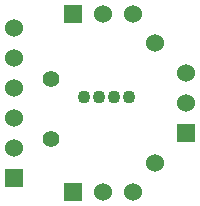
<source format=gts>
G04 (created by PCBNEW (2013-07-07 BZR 4022)-stable) date 5/1/2015 4:40:18 PM*
%MOIN*%
G04 Gerber Fmt 3.4, Leading zero omitted, Abs format*
%FSLAX34Y34*%
G01*
G70*
G90*
G04 APERTURE LIST*
%ADD10C,0.00590551*%
%ADD11C,0.0433071*%
%ADD12R,0.06X0.06*%
%ADD13C,0.06*%
%ADD14C,0.055*%
G04 APERTURE END LIST*
G54D10*
G54D11*
X15342Y-12038D03*
X14842Y-12038D03*
X14342Y-12038D03*
X13842Y-12038D03*
G54D12*
X13480Y-9288D03*
G54D13*
X14480Y-9288D03*
X15480Y-9288D03*
G54D12*
X13468Y-15220D03*
G54D13*
X14468Y-15220D03*
X15468Y-15220D03*
G54D12*
X17250Y-13250D03*
G54D13*
X17250Y-12250D03*
X17250Y-11250D03*
G54D12*
X11500Y-14750D03*
G54D13*
X11500Y-13750D03*
X11500Y-12750D03*
X11500Y-11750D03*
X11500Y-10750D03*
X11500Y-9750D03*
G54D14*
X12726Y-13440D03*
X12726Y-11440D03*
G54D13*
X16200Y-14240D03*
X16200Y-10240D03*
M02*

</source>
